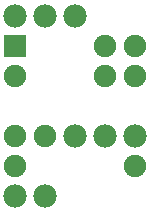
<source format=gtl>
G04 MADE WITH FRITZING*
G04 WWW.FRITZING.ORG*
G04 DOUBLE SIDED*
G04 HOLES PLATED*
G04 CONTOUR ON CENTER OF CONTOUR VECTOR*
%ASAXBY*%
%FSLAX23Y23*%
%MOIN*%
%OFA0B0*%
%SFA1.0B1.0*%
%ADD10C,0.075000*%
%ADD11C,0.078000*%
%ADD12R,0.075000X0.075000*%
%LNCOPPER1*%
G90*
G70*
G54D10*
X560Y475D03*
X460Y475D03*
X460Y575D03*
X560Y575D03*
X160Y575D03*
X160Y475D03*
X160Y275D03*
X260Y275D03*
X160Y175D03*
X560Y175D03*
G54D11*
X560Y275D03*
X460Y275D03*
X360Y275D03*
X160Y75D03*
X260Y75D03*
X360Y675D03*
X260Y675D03*
X160Y675D03*
G54D12*
X160Y575D03*
G04 End of Copper1*
M02*
</source>
